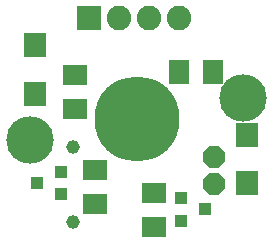
<source format=gts>
G04 EAGLE Gerber RS-274X export*
G75*
%MOMM*%
%FSLAX34Y34*%
%LPD*%
%INTop Solder Mask*%
%IPPOS*%
%AMOC8*
5,1,8,0,0,1.08239X$1,22.5*%
G01*
%ADD10C,7.203200*%
%ADD11R,1.903200X2.003200*%
%ADD12R,2.006200X1.803200*%
%ADD13C,4.013200*%
%ADD14R,2.082800X2.082800*%
%ADD15C,2.082800*%
%ADD16P,1.951982X8X22.500000*%
%ADD17R,1.092200X0.990600*%
%ADD18R,1.803200X2.006200*%
%ADD19C,1.159600*%


D10*
X125000Y125000D03*
D11*
X38780Y146550D03*
X38780Y187550D03*
D12*
X89660Y53340D03*
X89660Y81780D03*
X72920Y133990D03*
X72920Y162430D03*
D13*
X34798Y107442D03*
X214884Y142494D03*
D14*
X84330Y210570D03*
D15*
X109730Y210570D03*
X135130Y210570D03*
X160530Y210570D03*
D16*
X190500Y92710D03*
X190500Y70100D03*
D17*
X60960Y61214D03*
X60960Y80518D03*
X40640Y70866D03*
D11*
X218440Y70940D03*
X218440Y111940D03*
D12*
X139700Y62480D03*
X139700Y34040D03*
D18*
X189480Y165100D03*
X161040Y165100D03*
D17*
X162560Y58166D03*
X162560Y38862D03*
X182880Y48514D03*
D19*
X71120Y101600D03*
X71120Y38100D03*
M02*

</source>
